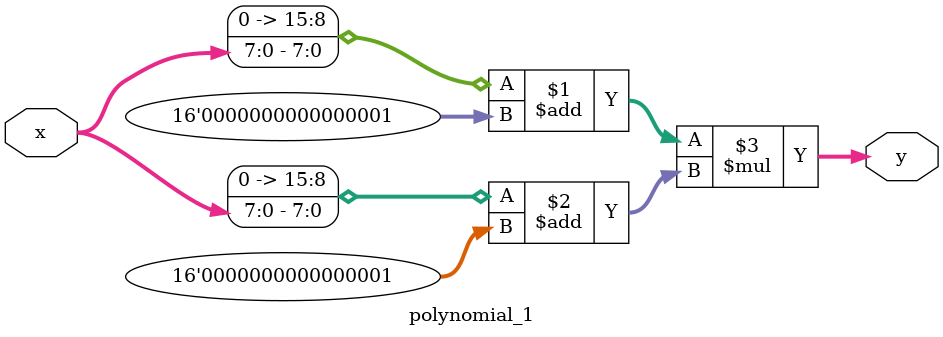
<source format=sv>
module polynomial_1 (
    input  logic [ 7:0] x,
    output logic [15:0] y
);
  // your code here
  assign y = ({8'd0, x} + 16'd1)*({8'd0, x} + 16'd1);
endmodule : polynomial_1

</source>
